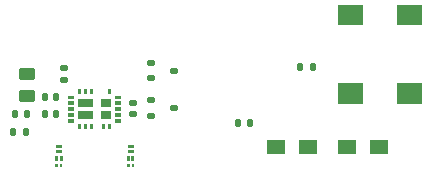
<source format=gbr>
%TF.GenerationSoftware,KiCad,Pcbnew,8.0.5*%
%TF.CreationDate,2024-10-10T12:36:06+02:00*%
%TF.ProjectId,MosTest_GanFet,4d6f7354-6573-4745-9f47-616e4665742e,rev?*%
%TF.SameCoordinates,Original*%
%TF.FileFunction,Paste,Top*%
%TF.FilePolarity,Positive*%
%FSLAX46Y46*%
G04 Gerber Fmt 4.6, Leading zero omitted, Abs format (unit mm)*
G04 Created by KiCad (PCBNEW 8.0.5) date 2024-10-10 12:36:06*
%MOMM*%
%LPD*%
G01*
G04 APERTURE LIST*
G04 Aperture macros list*
%AMRoundRect*
0 Rectangle with rounded corners*
0 $1 Rounding radius*
0 $2 $3 $4 $5 $6 $7 $8 $9 X,Y pos of 4 corners*
0 Add a 4 corners polygon primitive as box body*
4,1,4,$2,$3,$4,$5,$6,$7,$8,$9,$2,$3,0*
0 Add four circle primitives for the rounded corners*
1,1,$1+$1,$2,$3*
1,1,$1+$1,$4,$5*
1,1,$1+$1,$6,$7*
1,1,$1+$1,$8,$9*
0 Add four rect primitives between the rounded corners*
20,1,$1+$1,$2,$3,$4,$5,0*
20,1,$1+$1,$4,$5,$6,$7,0*
20,1,$1+$1,$6,$7,$8,$9,0*
20,1,$1+$1,$8,$9,$2,$3,0*%
G04 Aperture macros list end*
%ADD10C,0.100000*%
%ADD11C,0.010000*%
%ADD12C,0.050000*%
%ADD13RoundRect,0.135000X0.135000X0.185000X-0.135000X0.185000X-0.135000X-0.185000X0.135000X-0.185000X0*%
%ADD14RoundRect,0.112500X-0.237500X0.112500X-0.237500X-0.112500X0.237500X-0.112500X0.237500X0.112500X0*%
%ADD15RoundRect,0.250000X-0.450000X0.262500X-0.450000X-0.262500X0.450000X-0.262500X0.450000X0.262500X0*%
%ADD16RoundRect,0.135000X-0.135000X-0.185000X0.135000X-0.185000X0.135000X0.185000X-0.135000X0.185000X0*%
%ADD17R,1.500000X1.200000*%
%ADD18RoundRect,0.140000X0.140000X0.170000X-0.140000X0.170000X-0.140000X-0.170000X0.140000X-0.170000X0*%
%ADD19RoundRect,0.140000X0.170000X-0.140000X0.170000X0.140000X-0.170000X0.140000X-0.170000X-0.140000X0*%
%ADD20RoundRect,0.140000X-0.140000X-0.170000X0.140000X-0.170000X0.140000X0.170000X-0.140000X0.170000X0*%
%ADD21RoundRect,0.135000X0.185000X-0.135000X0.185000X0.135000X-0.185000X0.135000X-0.185000X-0.135000X0*%
G04 APERTURE END LIST*
%TO.C,R9*%
D10*
X147400000Y-33200000D02*
X145400000Y-33200000D01*
X145400000Y-34850000D01*
X147400000Y-34850000D01*
X147400000Y-33200000D01*
G36*
X147400000Y-33200000D02*
G01*
X145400000Y-33200000D01*
X145400000Y-34850000D01*
X147400000Y-34850000D01*
X147400000Y-33200000D01*
G37*
X147400000Y-39850000D02*
X145400000Y-39850000D01*
X145400000Y-41500000D01*
X147400000Y-41500000D01*
X147400000Y-39850000D01*
G36*
X147400000Y-39850000D02*
G01*
X145400000Y-39850000D01*
X145400000Y-41500000D01*
X147400000Y-41500000D01*
X147400000Y-39850000D01*
G37*
%TO.C,Q1*%
D11*
X127641523Y-46726954D02*
X127518477Y-46726954D01*
X127518477Y-46850000D01*
X127641523Y-46850000D01*
X127641523Y-46726954D01*
G36*
X127641523Y-46726954D02*
G01*
X127518477Y-46726954D01*
X127518477Y-46850000D01*
X127641523Y-46850000D01*
X127641523Y-46726954D01*
G37*
X127672500Y-46050000D02*
X127487500Y-46050000D01*
X127487500Y-46330000D01*
X127672500Y-46330000D01*
X127672500Y-46050000D01*
G36*
X127672500Y-46050000D02*
G01*
X127487500Y-46050000D01*
X127487500Y-46330000D01*
X127672500Y-46330000D01*
X127672500Y-46050000D01*
G37*
X127970000Y-45100000D02*
X127570000Y-45100000D01*
X127570000Y-45280000D01*
X127970000Y-45280000D01*
X127970000Y-45100000D01*
G36*
X127970000Y-45100000D02*
G01*
X127570000Y-45100000D01*
X127570000Y-45280000D01*
X127970000Y-45280000D01*
X127970000Y-45100000D01*
G37*
X127970000Y-45500000D02*
X127570000Y-45500000D01*
X127570000Y-45680000D01*
X127970000Y-45680000D01*
X127970000Y-45500000D01*
G36*
X127970000Y-45500000D02*
G01*
X127570000Y-45500000D01*
X127570000Y-45680000D01*
X127970000Y-45680000D01*
X127970000Y-45500000D01*
G37*
X128021523Y-46730861D02*
X127898477Y-46730861D01*
X127898477Y-46853907D01*
X128021523Y-46853907D01*
X128021523Y-46730861D01*
G36*
X128021523Y-46730861D02*
G01*
X127898477Y-46730861D01*
X127898477Y-46853907D01*
X128021523Y-46853907D01*
X128021523Y-46730861D01*
G37*
X128050000Y-46050000D02*
X127865000Y-46050000D01*
X127865000Y-46330000D01*
X128050000Y-46330000D01*
X128050000Y-46050000D01*
G36*
X128050000Y-46050000D02*
G01*
X127865000Y-46050000D01*
X127865000Y-46330000D01*
X128050000Y-46330000D01*
X128050000Y-46050000D01*
G37*
%TO.C,R4*%
D10*
X152400000Y-33200000D02*
X150400000Y-33200000D01*
X150400000Y-34850000D01*
X152400000Y-34850000D01*
X152400000Y-33200000D01*
G36*
X152400000Y-33200000D02*
G01*
X150400000Y-33200000D01*
X150400000Y-34850000D01*
X152400000Y-34850000D01*
X152400000Y-33200000D01*
G37*
X152400000Y-39850000D02*
X150400000Y-39850000D01*
X150400000Y-41500000D01*
X152400000Y-41500000D01*
X152400000Y-39850000D01*
G36*
X152400000Y-39850000D02*
G01*
X150400000Y-39850000D01*
X150400000Y-41500000D01*
X152400000Y-41500000D01*
X152400000Y-39850000D01*
G37*
%TO.C,Q2*%
D11*
X121571523Y-46726954D02*
X121448477Y-46726954D01*
X121448477Y-46850000D01*
X121571523Y-46850000D01*
X121571523Y-46726954D01*
G36*
X121571523Y-46726954D02*
G01*
X121448477Y-46726954D01*
X121448477Y-46850000D01*
X121571523Y-46850000D01*
X121571523Y-46726954D01*
G37*
X121602500Y-46050000D02*
X121417500Y-46050000D01*
X121417500Y-46330000D01*
X121602500Y-46330000D01*
X121602500Y-46050000D01*
G36*
X121602500Y-46050000D02*
G01*
X121417500Y-46050000D01*
X121417500Y-46330000D01*
X121602500Y-46330000D01*
X121602500Y-46050000D01*
G37*
X121900000Y-45100000D02*
X121500000Y-45100000D01*
X121500000Y-45280000D01*
X121900000Y-45280000D01*
X121900000Y-45100000D01*
G36*
X121900000Y-45100000D02*
G01*
X121500000Y-45100000D01*
X121500000Y-45280000D01*
X121900000Y-45280000D01*
X121900000Y-45100000D01*
G37*
X121900000Y-45500000D02*
X121500000Y-45500000D01*
X121500000Y-45680000D01*
X121900000Y-45680000D01*
X121900000Y-45500000D01*
G36*
X121900000Y-45500000D02*
G01*
X121500000Y-45500000D01*
X121500000Y-45680000D01*
X121900000Y-45680000D01*
X121900000Y-45500000D01*
G37*
X121951523Y-46730861D02*
X121828477Y-46730861D01*
X121828477Y-46853907D01*
X121951523Y-46853907D01*
X121951523Y-46730861D01*
G36*
X121951523Y-46730861D02*
G01*
X121828477Y-46730861D01*
X121828477Y-46853907D01*
X121951523Y-46853907D01*
X121951523Y-46730861D01*
G37*
X121980000Y-46050000D02*
X121795000Y-46050000D01*
X121795000Y-46330000D01*
X121980000Y-46330000D01*
X121980000Y-46050000D01*
G36*
X121980000Y-46050000D02*
G01*
X121795000Y-46050000D01*
X121795000Y-46330000D01*
X121980000Y-46330000D01*
X121980000Y-46050000D01*
G37*
%TO.C,U1*%
D12*
X122525000Y-41900000D02*
X122900000Y-41900000D01*
X122900000Y-42100000D01*
X122525000Y-42100000D01*
X122525000Y-41900000D01*
G36*
X122525000Y-41900000D02*
G01*
X122900000Y-41900000D01*
X122900000Y-42100000D01*
X122525000Y-42100000D01*
X122525000Y-41900000D01*
G37*
X122537500Y-40900000D02*
X122912500Y-40900000D01*
X122912500Y-41100000D01*
X122537500Y-41100000D01*
X122537500Y-40900000D01*
G36*
X122537500Y-40900000D02*
G01*
X122912500Y-40900000D01*
X122912500Y-41100000D01*
X122537500Y-41100000D01*
X122537500Y-40900000D01*
G37*
X122537500Y-41400000D02*
X122912500Y-41400000D01*
X122912500Y-41600000D01*
X122537500Y-41600000D01*
X122537500Y-41400000D01*
G36*
X122537500Y-41400000D02*
G01*
X122912500Y-41400000D01*
X122912500Y-41600000D01*
X122537500Y-41600000D01*
X122537500Y-41400000D01*
G37*
X122537500Y-42400000D02*
X122912500Y-42400000D01*
X122912500Y-42600000D01*
X122537500Y-42600000D01*
X122537500Y-42400000D01*
G36*
X122537500Y-42400000D02*
G01*
X122912500Y-42400000D01*
X122912500Y-42600000D01*
X122537500Y-42600000D01*
X122537500Y-42400000D01*
G37*
X122537500Y-42900000D02*
X122912500Y-42900000D01*
X122912500Y-43100000D01*
X122537500Y-43100000D01*
X122537500Y-42900000D01*
G36*
X122537500Y-42900000D02*
G01*
X122912500Y-42900000D01*
X122912500Y-43100000D01*
X122537500Y-43100000D01*
X122537500Y-42900000D01*
G37*
X123362500Y-40325000D02*
X123562500Y-40325000D01*
X123562500Y-40700000D01*
X123362500Y-40700000D01*
X123362500Y-40325000D01*
G36*
X123362500Y-40325000D02*
G01*
X123562500Y-40325000D01*
X123562500Y-40700000D01*
X123362500Y-40700000D01*
X123362500Y-40325000D01*
G37*
X123362500Y-43312500D02*
X123562500Y-43312500D01*
X123562500Y-43687500D01*
X123362500Y-43687500D01*
X123362500Y-43312500D01*
G36*
X123362500Y-43312500D02*
G01*
X123562500Y-43312500D01*
X123562500Y-43687500D01*
X123362500Y-43687500D01*
X123362500Y-43312500D01*
G37*
X123862500Y-40325000D02*
X124062500Y-40325000D01*
X124062500Y-40700000D01*
X123862500Y-40700000D01*
X123862500Y-40325000D01*
G36*
X123862500Y-40325000D02*
G01*
X124062500Y-40325000D01*
X124062500Y-40700000D01*
X123862500Y-40700000D01*
X123862500Y-40325000D01*
G37*
X123862500Y-43312500D02*
X124062500Y-43312500D01*
X124062500Y-43687500D01*
X123862500Y-43687500D01*
X123862500Y-43312500D01*
G36*
X123862500Y-43312500D02*
G01*
X124062500Y-43312500D01*
X124062500Y-43687500D01*
X123862500Y-43687500D01*
X123862500Y-43312500D01*
G37*
X124362500Y-40325000D02*
X124562500Y-40325000D01*
X124562500Y-40700000D01*
X124362500Y-40700000D01*
X124362500Y-40325000D01*
G36*
X124362500Y-40325000D02*
G01*
X124562500Y-40325000D01*
X124562500Y-40700000D01*
X124362500Y-40700000D01*
X124362500Y-40325000D01*
G37*
X124362500Y-43312500D02*
X124562500Y-43312500D01*
X124562500Y-43687500D01*
X124362500Y-43687500D01*
X124362500Y-43312500D01*
G36*
X124362500Y-43312500D02*
G01*
X124562500Y-43312500D01*
X124562500Y-43687500D01*
X124362500Y-43687500D01*
X124362500Y-43312500D01*
G37*
X125362500Y-43312500D02*
X125562500Y-43312500D01*
X125562500Y-43687500D01*
X125362500Y-43687500D01*
X125362500Y-43312500D01*
G36*
X125362500Y-43312500D02*
G01*
X125562500Y-43312500D01*
X125562500Y-43687500D01*
X125362500Y-43687500D01*
X125362500Y-43312500D01*
G37*
X125862500Y-40325000D02*
X126062500Y-40325000D01*
X126062500Y-40700000D01*
X125862500Y-40700000D01*
X125862500Y-40325000D01*
G36*
X125862500Y-40325000D02*
G01*
X126062500Y-40325000D01*
X126062500Y-40700000D01*
X125862500Y-40700000D01*
X125862500Y-40325000D01*
G37*
X125862500Y-43312500D02*
X126062500Y-43312500D01*
X126062500Y-43687500D01*
X125862500Y-43687500D01*
X125862500Y-43312500D01*
G36*
X125862500Y-43312500D02*
G01*
X126062500Y-43312500D01*
X126062500Y-43687500D01*
X125862500Y-43687500D01*
X125862500Y-43312500D01*
G37*
X126512500Y-41900000D02*
X126887500Y-41900000D01*
X126887500Y-42100000D01*
X126512500Y-42100000D01*
X126512500Y-41900000D01*
G36*
X126512500Y-41900000D02*
G01*
X126887500Y-41900000D01*
X126887500Y-42100000D01*
X126512500Y-42100000D01*
X126512500Y-41900000D01*
G37*
X126525000Y-40900000D02*
X126900000Y-40900000D01*
X126900000Y-41100000D01*
X126525000Y-41100000D01*
X126525000Y-40900000D01*
G36*
X126525000Y-40900000D02*
G01*
X126900000Y-40900000D01*
X126900000Y-41100000D01*
X126525000Y-41100000D01*
X126525000Y-40900000D01*
G37*
X126525000Y-41400000D02*
X126900000Y-41400000D01*
X126900000Y-41600000D01*
X126525000Y-41600000D01*
X126525000Y-41400000D01*
G36*
X126525000Y-41400000D02*
G01*
X126900000Y-41400000D01*
X126900000Y-41600000D01*
X126525000Y-41600000D01*
X126525000Y-41400000D01*
G37*
X126525000Y-42400000D02*
X126900000Y-42400000D01*
X126900000Y-42600000D01*
X126525000Y-42600000D01*
X126525000Y-42400000D01*
G36*
X126525000Y-42400000D02*
G01*
X126900000Y-42400000D01*
X126900000Y-42600000D01*
X126525000Y-42600000D01*
X126525000Y-42400000D01*
G37*
X126525000Y-42900000D02*
X126900000Y-42900000D01*
X126900000Y-43100000D01*
X126525000Y-43100000D01*
X126525000Y-42900000D01*
G36*
X126525000Y-42900000D02*
G01*
X126900000Y-42900000D01*
X126900000Y-43100000D01*
X126525000Y-43100000D01*
X126525000Y-42900000D01*
G37*
D11*
X124527500Y-41775000D02*
X123397500Y-41775000D01*
X123397500Y-41175000D01*
X124527500Y-41175000D01*
X124527500Y-41775000D01*
G36*
X124527500Y-41775000D02*
G01*
X123397500Y-41775000D01*
X123397500Y-41175000D01*
X124527500Y-41175000D01*
X124527500Y-41775000D01*
G37*
X124527500Y-42825000D02*
X123397500Y-42825000D01*
X123397500Y-42225000D01*
X124527500Y-42225000D01*
X124527500Y-42825000D01*
G36*
X124527500Y-42825000D02*
G01*
X123397500Y-42825000D01*
X123397500Y-42225000D01*
X124527500Y-42225000D01*
X124527500Y-42825000D01*
G37*
X126042500Y-41775000D02*
X125332500Y-41775000D01*
X125332500Y-41175000D01*
X126042500Y-41175000D01*
X126042500Y-41775000D01*
G36*
X126042500Y-41775000D02*
G01*
X125332500Y-41775000D01*
X125332500Y-41175000D01*
X126042500Y-41175000D01*
X126042500Y-41775000D01*
G37*
X126042500Y-42825000D02*
X125332500Y-42825000D01*
X125332500Y-42225000D01*
X126042500Y-42225000D01*
X126042500Y-42825000D01*
G36*
X126042500Y-42825000D02*
G01*
X125332500Y-42825000D01*
X125332500Y-42225000D01*
X126042500Y-42225000D01*
X126042500Y-42825000D01*
G37*
%TD*%
D13*
%TO.C,R5*%
X143210000Y-38500000D03*
X142190000Y-38500000D03*
%TD*%
D14*
%TO.C,D2*%
X129510000Y-38150000D03*
X129510000Y-39450000D03*
X131510000Y-38800000D03*
%TD*%
D13*
%TO.C,R8*%
X137910000Y-43200000D03*
X136890000Y-43200000D03*
%TD*%
D15*
%TO.C,R6*%
X119000000Y-39087500D03*
X119000000Y-40912500D03*
%TD*%
D16*
%TO.C,RdtH1*%
X117892500Y-44000000D03*
X118912500Y-44000000D03*
%TD*%
D17*
%TO.C,L1*%
X140150000Y-45255000D03*
X142850000Y-45255000D03*
%TD*%
%TO.C,L5*%
X146150000Y-45255000D03*
X148850000Y-45255000D03*
%TD*%
D18*
%TO.C,C3*%
X121480000Y-42500000D03*
X120520000Y-42500000D03*
%TD*%
D19*
%TO.C,C1*%
X128000000Y-42480000D03*
X128000000Y-41520000D03*
%TD*%
D16*
%TO.C,RdtL1*%
X117980000Y-42500000D03*
X119000000Y-42500000D03*
%TD*%
D20*
%TO.C,C4*%
X120540000Y-41000000D03*
X121500000Y-41000000D03*
%TD*%
D21*
%TO.C,R1*%
X122200000Y-39610000D03*
X122200000Y-38590000D03*
%TD*%
D14*
%TO.C,D1*%
X129500000Y-41300000D03*
X129500000Y-42600000D03*
X131500000Y-41950000D03*
%TD*%
M02*

</source>
